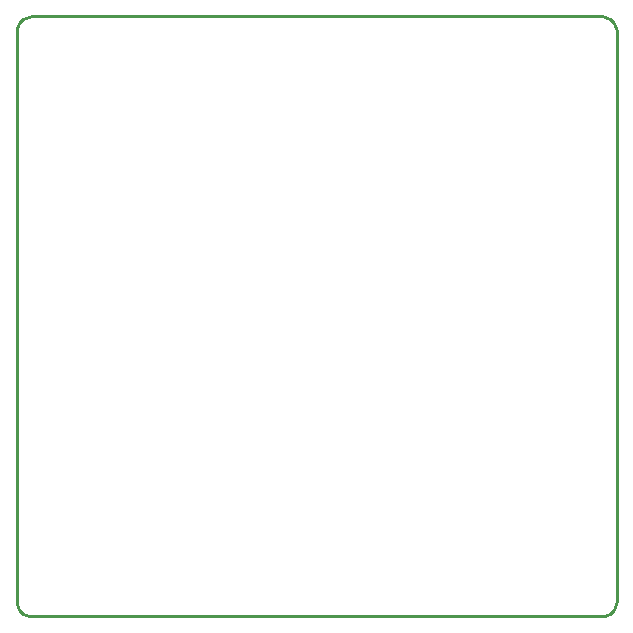
<source format=gm1>
G04*
G04 #@! TF.GenerationSoftware,Altium Limited,Altium Designer,23.6.0 (18)*
G04*
G04 Layer_Color=16711935*
%FSLAX25Y25*%
%MOIN*%
G70*
G04*
G04 #@! TF.SameCoordinates,22C025B0-BAA2-4450-BC7D-CF48B3E84608*
G04*
G04*
G04 #@! TF.FilePolarity,Positive*
G04*
G01*
G75*
%ADD11C,0.01000*%
D11*
X200000Y195000D02*
X199904Y195975D01*
X199619Y196913D01*
X199157Y197778D01*
X198536Y198536D01*
X197778Y199157D01*
X196913Y199619D01*
X195975Y199904D01*
X195000Y200000D01*
X5000Y200000D02*
X4025Y199904D01*
X3087Y199619D01*
X2222Y199157D01*
X1464Y198536D01*
X843Y197778D01*
X381Y196913D01*
X96Y195975D01*
X0Y195000D01*
X-0Y5000D02*
X96Y4025D01*
X381Y3087D01*
X843Y2222D01*
X1464Y1464D01*
X2222Y843D01*
X3087Y381D01*
X4025Y96D01*
X5000Y0D01*
X195000Y-0D02*
X195975Y96D01*
X196913Y381D01*
X197778Y843D01*
X198536Y1464D01*
X199157Y2222D01*
X199619Y3087D01*
X199904Y4025D01*
X200000Y5000D01*
Y5000D02*
Y195000D01*
X0Y161000D02*
Y195000D01*
Y5000D02*
Y161000D01*
X5000Y200000D02*
X195000D01*
X5000Y0D02*
X195000D01*
M02*

</source>
